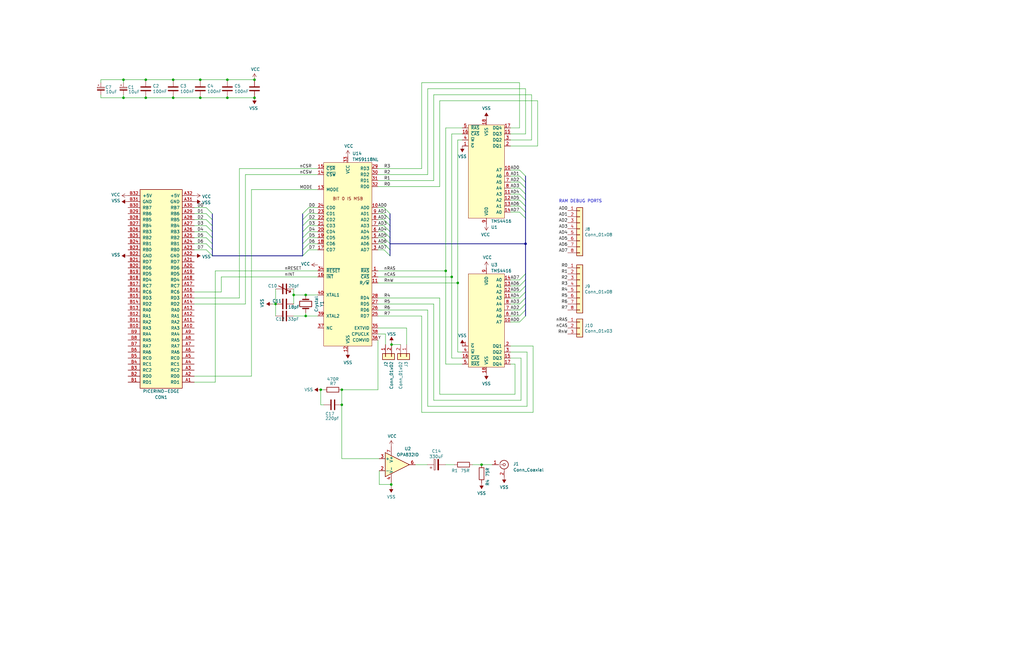
<source format=kicad_sch>
(kicad_sch (version 20230121) (generator eeschema)
  (paper "B")
  (title_block (title "TMS9118") (company "sparkletron") (comment 1 "Jay Converitno") (comment 2 "MIT License"))
  (lib_symbols
    (symbol "Amplifier_Operational:OPA842xD" (pin_names (offset 0.127))
      (property "Reference" "U" (at 0 6.35 0))
      (property "Value" "OPA842xD" (at 0 3.81 0))
      (symbol "OPA842xD_0_1"
        (polyline (pts (xy -5.08 5.08) (xy 5.08 0) (xy -5.08 -5.08) (xy -5.08 5.08)) (stroke (width 0.254)) (fill (type background)))
      )
      (symbol "OPA842xD_1_1"
        (pin no_connect line (at -2.54 2.54 270) (length 2.54) hide (name "NC") (number "1"))
        (pin input line (at -7.62 -2.54 0) (length 2.54) (name "-") (number "2"))
        (pin input line (at -7.62 2.54 0) (length 2.54) (name "+") (number "3"))
        (pin power_in line (at -2.54 -7.62 90) (length 3.81) (name "V-") (number "4"))
        (pin no_connect line (at 0 2.54 270) (length 2.54) hide (name "NC") (number "5"))
        (pin output line (at 7.62 0 180) (length 2.54) (name "~") (number "6"))
        (pin power_in line (at -2.54 7.62 270) (length 3.81) (name "V+") (number "7"))
        (pin no_connect line (at 0 -2.54 90) (length 2.54) hide (name "NC") (number "8"))
      )
    )
    (symbol "Connector:Conn_Coaxial" (pin_names (offset 1.016) hide)
      (property "Reference" "J" (at 0.254 3.048 0))
      (property "Value" "Conn_Coaxial" (at 2.921 0 90))
      (symbol "Conn_Coaxial_0_1"
        (arc (start -1.778 -0.508) (mid 0.2311 -1.8066) (end 1.778 0) (stroke (width 0.254)))
        (polyline (pts (xy -2.54 0) (xy -0.508 0)))
        (polyline (pts (xy 0 -2.54) (xy 0 -1.778)))
        (circle (center 0 0) (radius 0.508) (stroke (width 0.2032)))
        (arc (start 1.778 0) (mid 0.2099 1.8101) (end -1.778 0.508) (stroke (width 0.254)))
      )
      (symbol "Conn_Coaxial_1_1"
        (pin passive line (at -5.08 0 0) (length 2.54) (name "In") (number "1"))
        (pin passive line (at 0 -5.08 90) (length 2.54) (name "Ext") (number "2"))
      )
    )
    (symbol "Connector_Generic:Conn_01x02" (pin_names (offset 1.016) hide)
      (property "Reference" "J" (at 0 2.54 0))
      (property "Value" "Conn_01x02" (at 0 -5.08 0))
      (symbol "Conn_01x02_1_1"
        (rectangle (start -1.27 -2.413) (end 0 -2.667) (stroke (width 0.1524)))
        (rectangle (start -1.27 0.127) (end 0 -0.127) (stroke (width 0.1524)))
        (rectangle (start -1.27 1.27) (end 1.27 -3.81) (stroke (width 0.254)) (fill (type background)))
        (pin passive line (at -5.08 0 0) (length 3.81) (name "Pin_1") (number "1"))
        (pin passive line (at -5.08 -2.54 0) (length 3.81) (name "Pin_2") (number "2"))
      )
    )
    (symbol "Connector_Generic:Conn_01x03" (pin_names (offset 1.016) hide)
      (property "Reference" "J" (at 0 5.08 0))
      (property "Value" "Conn_01x03" (at 0 -5.08 0))
      (symbol "Conn_01x03_1_1"
        (rectangle (start -1.27 -2.413) (end 0 -2.667) (stroke (width 0.1524)))
        (rectangle (start -1.27 0.127) (end 0 -0.127) (stroke (width 0.1524)))
        (rectangle (start -1.27 2.667) (end 0 2.413) (stroke (width 0.1524)))
        (rectangle (start -1.27 3.81) (end 1.27 -3.81) (stroke (width 0.254)) (fill (type background)))
        (pin passive line (at -5.08 2.54 0) (length 3.81) (name "Pin_1") (number "1"))
        (pin passive line (at -5.08 0 0) (length 3.81) (name "Pin_2") (number "2"))
        (pin passive line (at -5.08 -2.54 0) (length 3.81) (name "Pin_3") (number "3"))
      )
    )
    (symbol "Connector_Generic:Conn_01x08" (pin_names (offset 1.016) hide)
      (property "Reference" "J" (at 0 10.16 0))
      (property "Value" "Conn_01x08" (at 0 -12.7 0))
      (symbol "Conn_01x08_1_1"
        (rectangle (start -1.27 -10.033) (end 0 -10.287) (stroke (width 0.1524)))
        (rectangle (start -1.27 -7.493) (end 0 -7.747) (stroke (width 0.1524)))
        (rectangle (start -1.27 -4.953) (end 0 -5.207) (stroke (width 0.1524)))
        (rectangle (start -1.27 -2.413) (end 0 -2.667) (stroke (width 0.1524)))
        (rectangle (start -1.27 0.127) (end 0 -0.127) (stroke (width 0.1524)))
        (rectangle (start -1.27 2.667) (end 0 2.413) (stroke (width 0.1524)))
        (rectangle (start -1.27 5.207) (end 0 4.953) (stroke (width 0.1524)))
        (rectangle (start -1.27 7.747) (end 0 7.493) (stroke (width 0.1524)))
        (rectangle (start -1.27 8.89) (end 1.27 -11.43) (stroke (width 0.254)) (fill (type background)))
        (pin passive line (at -5.08 7.62 0) (length 3.81) (name "Pin_1") (number "1"))
        (pin passive line (at -5.08 5.08 0) (length 3.81) (name "Pin_2") (number "2"))
        (pin passive line (at -5.08 2.54 0) (length 3.81) (name "Pin_3") (number "3"))
        (pin passive line (at -5.08 0 0) (length 3.81) (name "Pin_4") (number "4"))
        (pin passive line (at -5.08 -2.54 0) (length 3.81) (name "Pin_5") (number "5"))
        (pin passive line (at -5.08 -5.08 0) (length 3.81) (name "Pin_6") (number "6"))
        (pin passive line (at -5.08 -7.62 0) (length 3.81) (name "Pin_7") (number "7"))
        (pin passive line (at -5.08 -10.16 0) (length 3.81) (name "Pin_8") (number "8"))
      )
    )
    (symbol "Connector_PCBEdge_EXT:PICERINO-EDGE" (pin_names (offset 1.016))
      (property "Reference" "CON" (at 2.54 1.27 0))
      (property "Value" "PICERINO-EDGE" (at 6.985 3.175 0))
      (symbol "PICERINO-EDGE_0_1"
        (rectangle (start 0 0) (end 17.78 -83.82) (stroke (width 0.254)) (fill (type background)))
      )
      (symbol "PICERINO-EDGE_1_1"
        (pin passive line (at -5.08 -2.54 0) (length 5.08) (name "RD1") (number "A1"))
        (pin passive line (at -5.08 -25.4 0) (length 5.08) (name "RA3") (number "A10"))
        (pin passive line (at -5.08 -27.94 0) (length 5.08) (name "RA2") (number "A11"))
        (pin passive line (at -5.08 -30.48 0) (length 5.08) (name "RA1") (number "A12"))
        (pin passive line (at -5.08 -33.02 0) (length 5.08) (name "RA0") (number "A13"))
        (pin passive line (at -5.08 -35.56 0) (length 5.08) (name "RD2") (number "A14"))
        (pin passive line (at -5.08 -38.1 0) (length 5.08) (name "RD3") (number "A15"))
        (pin passive line (at -5.08 -40.64 0) (length 5.08) (name "RC6") (number "A16"))
        (pin passive line (at -5.08 -43.18 0) (length 5.08) (name "RC7") (number "A17"))
        (pin passive line (at -5.08 -45.72 0) (length 5.08) (name "RD4") (number "A18"))
        (pin passive line (at -5.08 -48.26 0) (length 5.08) (name "RD5") (number "A19"))
        (pin passive line (at -5.08 -5.08 0) (length 5.08) (name "RD0") (number "A2"))
        (pin passive line (at -5.08 -50.8 0) (length 5.08) (name "RD6") (number "A20"))
        (pin passive line (at -5.08 -53.34 0) (length 5.08) (name "RD7") (number "A21"))
        (pin passive line (at -5.08 -55.88 0) (length 5.08) (name "GND") (number "A22"))
        (pin passive line (at -5.08 -58.42 0) (length 5.08) (name "RB0") (number "A23"))
        (pin passive line (at -5.08 -60.96 0) (length 5.08) (name "RB1") (number "A24"))
        (pin passive line (at -5.08 -63.5 0) (length 5.08) (name "RB2") (number "A25"))
        (pin passive line (at -5.08 -66.04 0) (length 5.08) (name "RB3") (number "A26"))
        (pin passive line (at -5.08 -68.58 0) (length 5.08) (name "RB4") (number "A27"))
        (pin passive line (at -5.08 -71.12 0) (length 5.08) (name "RB5") (number "A28"))
        (pin passive line (at -5.08 -73.66 0) (length 5.08) (name "RB6") (number "A29"))
        (pin passive line (at -5.08 -7.62 0) (length 5.08) (name "RC2") (number "A3"))
        (pin passive line (at -5.08 -76.2 0) (length 5.08) (name "RB7") (number "A30"))
        (pin passive line (at -5.08 -78.74 0) (length 5.08) (name "GND") (number "A31"))
        (pin passive line (at -5.08 -81.28 0) (length 5.08) (name "+5V") (number "A32"))
        (pin passive line (at -5.08 -10.16 0) (length 5.08) (name "RC1") (number "A4"))
        (pin passive line (at -5.08 -12.7 0) (length 5.08) (name "RC0") (number "A5"))
        (pin passive line (at -5.08 -15.24 0) (length 5.08) (name "RA6") (number "A6"))
        (pin passive line (at -5.08 -17.78 0) (length 5.08) (name "RA7") (number "A7"))
        (pin passive line (at -5.08 -20.32 0) (length 5.08) (name "RA5") (number "A8"))
        (pin passive line (at -5.08 -22.86 0) (length 5.08) (name "RA4") (number "A9"))
        (pin passive line (at 22.86 -2.54 180) (length 5.08) (name "RD1") (number "B1"))
        (pin passive line (at 22.86 -25.4 180) (length 5.08) (name "RA3") (number "B10"))
        (pin passive line (at 22.86 -27.94 180) (length 5.08) (name "RA2") (number "B11"))
        (pin passive line (at 22.86 -30.48 180) (length 5.08) (name "RA1") (number "B12"))
        (pin passive line (at 22.86 -33.02 180) (length 5.08) (name "RA0") (number "B13"))
        (pin passive line (at 22.86 -35.56 180) (length 5.08) (name "RD2") (number "B14"))
        (pin passive line (at 22.86 -38.1 180) (length 5.08) (name "RD3") (number "B15"))
        (pin passive line (at 22.86 -40.64 180) (length 5.08) (name "RC6") (number "B16"))
        (pin passive line (at 22.86 -43.18 180) (length 5.08) (name "RC7") (number "B17"))
        (pin passive line (at 22.86 -45.72 180) (length 5.08) (name "RD4") (number "B18"))
        (pin passive line (at 22.86 -48.26 180) (length 5.08) (name "RD5") (number "B19"))
        (pin passive line (at 22.86 -5.08 180) (length 5.08) (name "RD0") (number "B2"))
        (pin passive line (at 22.86 -50.8 180) (length 5.08) (name "RD6") (number "B20"))
        (pin passive line (at 22.86 -53.34 180) (length 5.08) (name "RD7") (number "B21"))
        (pin passive line (at 22.86 -55.88 180) (length 5.08) (name "GND") (number "B22"))
        (pin passive line (at 22.86 -58.42 180) (length 5.08) (name "RB0") (number "B23"))
        (pin passive line (at 22.86 -60.96 180) (length 5.08) (name "RB1") (number "B24"))
        (pin passive line (at 22.86 -63.5 180) (length 5.08) (name "RB2") (number "B25"))
        (pin passive line (at 22.86 -66.04 180) (length 5.08) (name "RB3") (number "B26"))
        (pin passive line (at 22.86 -68.58 180) (length 5.08) (name "RB4") (number "B27"))
        (pin passive line (at 22.86 -71.12 180) (length 5.08) (name "RB5") (number "B28"))
        (pin passive line (at 22.86 -73.66 180) (length 5.08) (name "RB6") (number "B29"))
        (pin passive line (at 22.86 -7.62 180) (length 5.08) (name "RC2") (number "B3"))
        (pin passive line (at 22.86 -76.2 180) (length 5.08) (name "RB7") (number "B30"))
        (pin passive line (at 22.86 -78.74 180) (length 5.08) (name "GND") (number "B31"))
        (pin passive line (at 22.86 -81.28 180) (length 5.08) (name "+5V") (number "B32"))
        (pin passive line (at 22.86 -10.16 180) (length 5.08) (name "RC1") (number "B4"))
        (pin passive line (at 22.86 -12.7 180) (length 5.08) (name "RC0") (number "B5"))
        (pin passive line (at 22.86 -15.24 180) (length 5.08) (name "RA6") (number "B6"))
        (pin passive line (at 22.86 -17.78 180) (length 5.08) (name "RA7") (number "B7"))
        (pin passive line (at 22.86 -20.32 180) (length 5.08) (name "RA5") (number "B8"))
        (pin passive line (at 22.86 -22.86 180) (length 5.08) (name "RA4") (number "B9"))
      )
    )
    (symbol "Device:C" (pin_numbers hide) (pin_names (offset 0.254))
      (property "Reference" "C" (at 0.635 2.54 0))
      (property "Value" "C" (at 0.635 -2.54 0))
      (symbol "C_0_1"
        (polyline (pts (xy -2.032 -0.762) (xy 2.032 -0.762)) (stroke (width 0.508)))
        (polyline (pts (xy -2.032 0.762) (xy 2.032 0.762)) (stroke (width 0.508)))
      )
      (symbol "C_1_1"
        (pin passive line (at 0 3.81 270) (length 2.794) (name "~") (number "1"))
        (pin passive line (at 0 -3.81 90) (length 2.794) (name "~") (number "2"))
      )
    )
    (symbol "Device:CP_Small" (pin_numbers hide) (pin_names (offset 0.254) hide)
      (property "Reference" "C" (at 0.254 1.778 0))
      (property "Value" "Device_CP_Small" (at 0.254 -2.032 0))
      (symbol "CP_Small_0_1"
        (rectangle (start -1.524 -0.3048) (end 1.524 -0.6858) (fill (type outline)))
        (rectangle (start -1.524 0.6858) (end 1.524 0.3048))
        (polyline (pts (xy -1.27 1.524) (xy -0.762 1.524)))
        (polyline (pts (xy -1.016 1.27) (xy -1.016 1.778)))
      )
      (symbol "CP_Small_1_1"
        (pin passive line (at 0 2.54 270) (length 1.8542) (name "~") (number "1"))
        (pin passive line (at 0 -2.54 90) (length 1.8542) (name "~") (number "2"))
      )
    )
    (symbol "Device:C_Polarized" (pin_numbers hide) (pin_names (offset 0.254))
      (property "Reference" "C" (at 0.635 2.54 0))
      (property "Value" "C_Polarized" (at 0.635 -2.54 0))
      (symbol "C_Polarized_0_1"
        (rectangle (start -2.286 0.508) (end 2.286 1.016))
        (polyline (pts (xy -1.778 2.286) (xy -0.762 2.286)))
        (polyline (pts (xy -1.27 2.794) (xy -1.27 1.778)))
        (rectangle (start 2.286 -0.508) (end -2.286 -1.016) (fill (type outline)))
      )
      (symbol "C_Polarized_1_1"
        (pin passive line (at 0 3.81 270) (length 2.794) (name "~") (number "1"))
        (pin passive line (at 0 -3.81 90) (length 2.794) (name "~") (number "2"))
      )
    )
    (symbol "Device:C_Variable" (pin_numbers hide) (pin_names (offset 0.254) hide)
      (property "Reference" "C" (at 0.635 -1.905 0))
      (property "Value" "C_Variable" (at 0.635 -3.81 0))
      (symbol "C_Variable_0_1"
        (polyline (pts (xy -2.032 -0.762) (xy 2.032 -0.762)) (stroke (width 0.508)))
        (polyline (pts (xy -2.032 0.762) (xy 2.032 0.762)) (stroke (width 0.508)))
        (polyline (pts (xy 1.27 2.54) (xy -1.27 -2.54)) (stroke (width 0.3048)))
        (polyline (pts (xy 1.27 2.54) (xy 0.508 2.286)) (stroke (width 0.3048)))
        (polyline (pts (xy 1.27 2.54) (xy 1.524 1.778)) (stroke (width 0.3048)))
      )
      (symbol "C_Variable_1_1"
        (pin passive line (at 0 3.81 270) (length 3.048) (name "~") (number "1"))
        (pin passive line (at 0 -3.81 90) (length 3.048) (name "~") (number "2"))
      )
    )
    (symbol "Device:Crystal" (pin_numbers hide) (pin_names (offset 1.016) hide)
      (property "Reference" "Y" (at 0 3.81 0))
      (property "Value" "Crystal" (at 0 -3.81 0))
      (symbol "Crystal_0_1"
        (rectangle (start -1.143 2.54) (end 1.143 -2.54) (stroke (width 0.3048)))
        (polyline (pts (xy -2.54 0) (xy -1.905 0)))
        (polyline (pts (xy -1.905 -1.27) (xy -1.905 1.27)) (stroke (width 0.508)))
        (polyline (pts (xy 1.905 -1.27) (xy 1.905 1.27)) (stroke (width 0.508)))
        (polyline (pts (xy 2.54 0) (xy 1.905 0)))
      )
      (symbol "Crystal_1_1"
        (pin passive line (at -3.81 0 0) (length 1.27) (name "1") (number "1"))
        (pin passive line (at 3.81 0 180) (length 1.27) (name "2") (number "2"))
      )
    )
    (symbol "Device:R" (pin_numbers hide) (pin_names (offset 0))
      (property "Reference" "R" (at 2.032 0 90))
      (property "Value" "R" (at 0 0 90))
      (symbol "R_0_1"
        (rectangle (start -1.016 -2.54) (end 1.016 2.54) (stroke (width 0.254)))
      )
      (symbol "R_1_1"
        (pin passive line (at 0 3.81 270) (length 1.27) (name "~") (number "1"))
        (pin passive line (at 0 -3.81 90) (length 1.27) (name "~") (number "2"))
      )
    )
    (symbol "Vintage_RAM:TMS4416" (pin_names (offset 1.016))
      (property "Reference" "U" (at 1.27 7.62 0))
      (property "Value" "TMS4416" (at 5.08 5.08 0))
      (symbol "TMS4416_0_1"
        (rectangle (start -7.62 3.81) (end 7.62 -35.56) (fill (type background)))
      )
      (symbol "TMS4416_1_1"
        (pin input line (at -10.16 -26.67 0) (length 2.54) (name "~{G}") (number "1"))
        (pin input line (at 10.16 -16.51 180) (length 2.54) (name "A7") (number "10"))
        (pin input line (at 10.16 -6.35 180) (length 2.54) (name "A3") (number "11"))
        (pin input line (at 10.16 -3.81 180) (length 2.54) (name "A2") (number "12"))
        (pin input line (at 10.16 -1.27 180) (length 2.54) (name "A1") (number "13"))
        (pin input line (at 10.16 1.27 180) (length 2.54) (name "A0") (number "14"))
        (pin bidirectional line (at 10.16 -31.75 180) (length 2.54) (name "DQ3") (number "15"))
        (pin input line (at -10.16 -31.75 0) (length 2.54) (name "~{CAS}") (number "16"))
        (pin bidirectional line (at 10.16 -34.29 180) (length 2.54) (name "DQ4") (number "17"))
        (pin power_in line (at 0 -38.1 90) (length 2.54) (name "VSS") (number "18"))
        (pin bidirectional line (at 10.16 -26.67 180) (length 2.54) (name "DQ1") (number "2"))
        (pin bidirectional line (at 10.16 -29.21 180) (length 2.54) (name "DQ2") (number "3"))
        (pin input line (at -10.16 -29.21 0) (length 2.54) (name "~{W}") (number "4"))
        (pin input line (at -10.16 -34.29 0) (length 2.54) (name "~{RAS}") (number "5"))
        (pin input line (at 10.16 -13.97 180) (length 2.54) (name "A6") (number "6"))
        (pin input line (at 10.16 -11.43 180) (length 2.54) (name "A5") (number "7"))
        (pin input line (at 10.16 -8.89 180) (length 2.54) (name "A4") (number "8"))
        (pin power_in line (at 0 6.35 270) (length 2.54) (name "VDD") (number "9"))
      )
    )
    (symbol "Vintage_VDP:TMS9118NL" (pin_names (offset 1.016))
      (property "Reference" "U" (at 6.35 11.43 0))
      (property "Value" "TMS9118NL" (at 10.16 8.89 0))
      (symbol "TMS9118NL_0_0"
        (text "BIT 0 IS MSB" (at 0 -7.62 0) (effects (font (size 1.27 1.27))))
      )
      (symbol "TMS9118NL_0_1"
        (rectangle (start -10.16 7.62) (end 10.16 -69.85) (fill (type background)))
      )
      (symbol "TMS9118NL_1_1"
        (pin output line (at 12.7 -38.1 180) (length 2.54) (name "~{RAS}") (number "1"))
        (pin output line (at 12.7 -11.43 180) (length 2.54) (name "AD0") (number "10"))
        (pin output line (at 12.7 -43.18 180) (length 2.54) (name "R/~{W}") (number "11"))
        (pin power_in line (at 0 -72.39 90) (length 2.54) (name "VSS") (number "12"))
        (pin input line (at -12.7 -3.81 0) (length 2.54) (name "MODE") (number "13"))
        (pin input line (at -12.7 2.54 0) (length 2.54) (name "~{CSW}") (number "14"))
        (pin input line (at -12.7 5.08 0) (length 2.54) (name "~{CSR}") (number "15"))
        (pin output line (at -12.7 -40.64 0) (length 2.54) (name "~{INT}") (number "16"))
        (pin bidirectional line (at -12.7 -29.21 0) (length 2.54) (name "CD7") (number "17"))
        (pin bidirectional line (at -12.7 -26.67 0) (length 2.54) (name "CD6") (number "18"))
        (pin bidirectional line (at -12.7 -24.13 0) (length 2.54) (name "CD5") (number "19"))
        (pin output line (at 12.7 -40.64 180) (length 2.54) (name "~{CAS}") (number "2"))
        (pin bidirectional line (at -12.7 -21.59 0) (length 2.54) (name "CD4") (number "20"))
        (pin bidirectional line (at -12.7 -19.05 0) (length 2.54) (name "CD3") (number "21"))
        (pin bidirectional line (at -12.7 -16.51 0) (length 2.54) (name "CD2") (number "22"))
        (pin bidirectional line (at -12.7 -13.97 0) (length 2.54) (name "CD1") (number "23"))
        (pin bidirectional line (at -12.7 -11.43 0) (length 2.54) (name "CD0") (number "24"))
        (pin output line (at 12.7 -57.15 180) (length 2.54) (name "RD7") (number "25"))
        (pin output line (at 12.7 -54.61 180) (length 2.54) (name "RD6") (number "26"))
        (pin output line (at 12.7 -52.07 180) (length 2.54) (name "RD5") (number "27"))
        (pin output line (at 12.7 -49.53 180) (length 2.54) (name "RD4") (number "28"))
        (pin bidirectional line (at 12.7 5.08 180) (length 2.54) (name "RD3") (number "29"))
        (pin output line (at 12.7 -29.21 180) (length 2.54) (name "AD7") (number "3"))
        (pin bidirectional line (at 12.7 2.54 180) (length 2.54) (name "RD2") (number "30"))
        (pin bidirectional line (at 12.7 0 180) (length 2.54) (name "RD1") (number "31"))
        (pin bidirectional line (at 12.7 -2.54 180) (length 2.54) (name "RD0") (number "32"))
        (pin power_in line (at 0 10.16 270) (length 2.54) (name "VCC") (number "33"))
        (pin input line (at -12.7 -38.1 0) (length 2.54) (name "~{RESET}") (number "34"))
        (pin output line (at 12.7 -62.23 180) (length 2.54) (name "EXTVID") (number "35"))
        (pin output line (at 12.7 -67.31 180) (length 2.54) (name "COMVID") (number "36"))
        (pin output line (at -12.7 -62.23 0) (length 2.54) (name "NC") (number "37"))
        (pin output line (at 12.7 -64.77 180) (length 2.54) (name "CPUCLK") (number "38"))
        (pin bidirectional line (at -12.7 -57.15 0) (length 2.54) (name "XTAL2") (number "39"))
        (pin output line (at 12.7 -26.67 180) (length 2.54) (name "AD6") (number "4"))
        (pin input line (at -12.7 -48.26 0) (length 2.54) (name "XTAL1") (number "40"))
        (pin output line (at 12.7 -24.13 180) (length 2.54) (name "AD5") (number "5"))
        (pin output line (at 12.7 -21.59 180) (length 2.54) (name "AD4") (number "6"))
        (pin output line (at 12.7 -19.05 180) (length 2.54) (name "AD3") (number "7"))
        (pin output line (at 12.7 -16.51 180) (length 2.54) (name "AD2") (number "8"))
        (pin output line (at 12.7 -13.97 180) (length 2.54) (name "AD1") (number "9"))
      )
    )
    (symbol "power:VCC" (power) (pin_names (offset 0))
      (property "Value" "VCC" (at 0 3.81 0))
      (symbol "VCC_0_1"
        (polyline (pts (xy -0.762 1.27) (xy 0 2.54)))
        (polyline (pts (xy 0 0) (xy 0 2.54)))
        (polyline (pts (xy 0 2.54) (xy 0.762 1.27)))
      )
      (symbol "VCC_1_1"
        (pin power_in line (at 0 0 90) (length 0) hide (name "VCC") (number "1"))
      )
    )
    (symbol "power:VSS" (power) (pin_names (offset 0))
      (property "Value" "VSS" (at 0 3.81 0))
      (symbol "VSS_0_1"
        (polyline (pts (xy 0 0) (xy 0 2.54)))
        (polyline (pts (xy 0.762 1.27) (xy -0.762 1.27) (xy 0 2.54) (xy 0.762 1.27)) (fill (type outline)))
      )
      (symbol "VSS_1_1"
        (pin power_in line (at 0 0 90) (length 0) hide (name "VSS") (number "1"))
      )
    )
  )
  (junction (at 123.825 124.46))
  (junction (at 193.04 119.38))
  (junction (at 84.455 41.275))
  (junction (at 128.905 124.46))
  (junction (at 116.205 128.27))
  (junction (at 107.315 33.655))
  (junction (at 95.885 33.655))
  (junction (at 61.468 33.655))
  (junction (at 73.025 41.275))
  (junction (at 52.07 41.275))
  (junction (at 61.468 41.275))
  (junction (at 221.615 102.87))
  (junction (at 73.025 33.655))
  (junction (at 165.1 145.415))
  (junction (at 107.315 41.275))
  (junction (at 187.96 114.3))
  (junction (at 144.145 170.815))
  (junction (at 164.973 204.47))
  (junction (at 84.455 33.655))
  (junction (at 190.5 116.84))
  (junction (at 95.885 41.275))
  (junction (at 52.07 33.655))
  (junction (at 128.905 133.35))
  (junction (at 144.145 164.465))
  (junction (at 135.255 164.465))
  (junction (at 203.073 196.088))
  (bus_entry (at 219.075 74.295) (size 2.54 2.54))
  (bus_entry (at 89.535 95.25) (size -2.54 -2.54))
  (bus_entry (at 219.075 128.27) (size 2.54 -2.54))
  (bus_entry (at 127.635 90.17) (size 2.54 -2.54))
  (bus_entry (at 127.635 92.71) (size 2.54 -2.54))
  (bus_entry (at 161.925 100.33) (size 2.54 2.54))
  (bus_entry (at 219.075 123.19) (size 2.54 -2.54))
  (bus_entry (at 89.535 100.33) (size -2.54 -2.54))
  (bus_entry (at 219.075 130.81) (size 2.54 -2.54))
  (bus_entry (at 219.075 76.835) (size 2.54 2.54))
  (bus_entry (at 219.075 125.73) (size 2.54 -2.54))
  (bus_entry (at 219.075 71.755) (size 2.54 2.54))
  (bus_entry (at 127.635 102.87) (size 2.54 -2.54))
  (bus_entry (at 219.075 81.915) (size 2.54 2.54))
  (bus_entry (at 219.075 84.455) (size 2.54 2.54))
  (bus_entry (at 219.075 133.35) (size 2.54 -2.54))
  (bus_entry (at 219.075 86.995) (size 2.54 2.54))
  (bus_entry (at 89.535 105.41) (size -2.54 -2.54))
  (bus_entry (at 127.635 97.79) (size 2.54 -2.54))
  (bus_entry (at 219.075 79.375) (size 2.54 2.54))
  (bus_entry (at 161.925 105.41) (size 2.54 2.54))
  (bus_entry (at 89.535 107.95) (size -2.54 -2.54))
  (bus_entry (at 127.635 95.25) (size 2.54 -2.54))
  (bus_entry (at 161.925 97.79) (size 2.54 2.54))
  (bus_entry (at 161.925 102.87) (size 2.54 2.54))
  (bus_entry (at 89.535 90.17) (size -2.54 -2.54))
  (bus_entry (at 219.075 118.11) (size 2.54 -2.54))
  (bus_entry (at 89.535 92.71) (size -2.54 -2.54))
  (bus_entry (at 161.925 92.71) (size 2.54 2.54))
  (bus_entry (at 219.075 120.65) (size 2.54 -2.54))
  (bus_entry (at 219.075 135.89) (size 2.54 -2.54))
  (bus_entry (at 127.635 100.33) (size 2.54 -2.54))
  (bus_entry (at 161.925 90.17) (size 2.54 2.54))
  (bus_entry (at 127.635 107.95) (size 2.54 -2.54))
  (bus_entry (at 161.925 87.63) (size 2.54 2.54))
  (bus_entry (at 89.535 102.87) (size -2.54 -2.54))
  (bus_entry (at 127.635 105.41) (size 2.54 -2.54))
  (bus_entry (at 161.925 95.25) (size 2.54 2.54))
  (bus_entry (at 219.075 89.535) (size 2.54 2.54))
  (bus_entry (at 89.535 97.79) (size -2.54 -2.54))
  (wire (pts (xy 159.385 138.43) (xy 171.45 138.43)))
  (wire (pts (xy 100.965 125.73) (xy 81.915 125.73)))
  (wire (pts (xy 193.04 119.38) (xy 193.04 59.055)))
  (wire (pts (xy 93.345 116.84) (xy 93.345 123.19)))
  (wire (pts (xy 215.265 86.995) (xy 219.075 86.995)))
  (wire (pts (xy 144.145 193.548) (xy 144.145 170.815)))
  (wire (pts (xy 171.45 138.43) (xy 171.45 145.415)))
  (wire (pts (xy 136.525 170.815) (xy 135.255 170.815)))
  (wire (pts (xy 116.205 121.92) (xy 116.205 128.27)))
  (wire (pts (xy 161.925 92.71) (xy 159.385 92.71)))
  (bus (pts (xy 221.615 79.375) (xy 221.615 81.915)))
  (wire (pts (xy 123.825 124.46) (xy 123.825 121.92)))
  (bus (pts (xy 221.615 102.87) (xy 221.615 115.57)))
  (wire (pts (xy 165.1 145.415) (xy 168.91 145.415)))
  (wire (pts (xy 42.545 33.655) (xy 42.545 34.925)))
  (wire (pts (xy 86.995 90.17) (xy 81.915 90.17)))
  (bus (pts (xy 127.635 95.25) (xy 127.635 97.79)))
  (bus (pts (xy 221.615 89.535) (xy 221.615 92.075)))
  (wire (pts (xy 73.025 33.655) (xy 84.455 33.655)))
  (wire (pts (xy 207.518 196.088) (xy 203.073 196.088)))
  (wire (pts (xy 215.265 135.89) (xy 219.075 135.89)))
  (wire (pts (xy 159.385 78.74) (xy 185.42 78.74)))
  (wire (pts (xy 90.805 114.3) (xy 133.985 114.3)))
  (wire (pts (xy 144.145 193.548) (xy 159.893 193.548)))
  (wire (pts (xy 95.885 41.275) (xy 84.455 41.275)))
  (wire (pts (xy 159.385 130.81) (xy 180.34 130.81)))
  (wire (pts (xy 193.04 59.055) (xy 194.945 59.055)))
  (wire (pts (xy 217.17 153.67) (xy 215.265 153.67)))
  (wire (pts (xy 52.07 33.655) (xy 61.468 33.655)))
  (wire (pts (xy 103.505 73.66) (xy 133.985 73.66)))
  (bus (pts (xy 89.535 105.41) (xy 89.535 107.95)))
  (wire (pts (xy 103.505 73.66) (xy 103.505 128.27)))
  (bus (pts (xy 221.615 76.835) (xy 221.615 79.375)))
  (bus (pts (xy 127.635 92.71) (xy 127.635 95.25)))
  (wire (pts (xy 159.385 114.3) (xy 187.96 114.3)))
  (wire (pts (xy 165.1 144.78) (xy 165.1 145.415)))
  (wire (pts (xy 187.96 114.3) (xy 187.96 53.975)))
  (wire (pts (xy 215.265 123.19) (xy 219.075 123.19)))
  (wire (pts (xy 215.265 89.535) (xy 219.075 89.535)))
  (wire (pts (xy 180.34 130.81) (xy 180.34 171.45)))
  (wire (pts (xy 175.133 196.088) (xy 180.213 196.088)))
  (bus (pts (xy 89.535 95.25) (xy 89.535 97.79)))
  (wire (pts (xy 217.17 166.37) (xy 217.17 153.67)))
  (bus (pts (xy 221.615 81.915) (xy 221.615 84.455)))
  (wire (pts (xy 123.825 124.46) (xy 128.905 124.46)))
  (wire (pts (xy 159.385 116.84) (xy 190.5 116.84)))
  (wire (pts (xy 180.34 171.45) (xy 222.25 171.45)))
  (wire (pts (xy 133.985 80.01) (xy 106.045 80.01)))
  (wire (pts (xy 144.145 164.465) (xy 159.385 164.465)))
  (wire (pts (xy 52.07 33.655) (xy 42.545 33.655)))
  (wire (pts (xy 215.265 76.835) (xy 219.075 76.835)))
  (bus (pts (xy 89.535 92.71) (xy 89.535 95.25)))
  (wire (pts (xy 224.79 173.99) (xy 224.79 146.05)))
  (bus (pts (xy 221.615 115.57) (xy 221.615 118.11)))
  (wire (pts (xy 185.42 166.37) (xy 217.17 166.37)))
  (wire (pts (xy 86.995 100.33) (xy 81.915 100.33)))
  (wire (pts (xy 52.07 41.275) (xy 61.468 41.275)))
  (wire (pts (xy 52.07 41.275) (xy 52.07 40.005)))
  (wire (pts (xy 177.8 71.12) (xy 177.8 34.925)))
  (wire (pts (xy 182.88 168.91) (xy 219.71 168.91)))
  (wire (pts (xy 219.71 151.13) (xy 215.265 151.13)))
  (wire (pts (xy 159.385 90.17) (xy 161.925 90.17)))
  (wire (pts (xy 161.925 87.63) (xy 159.385 87.63)))
  (wire (pts (xy 130.175 105.41) (xy 133.985 105.41)))
  (bus (pts (xy 164.465 102.87) (xy 221.615 102.87)))
  (wire (pts (xy 161.925 102.87) (xy 159.385 102.87)))
  (wire (pts (xy 159.385 133.35) (xy 177.8 133.35)))
  (wire (pts (xy 130.175 92.71) (xy 133.985 92.71)))
  (wire (pts (xy 81.915 92.71) (xy 86.995 92.71)))
  (wire (pts (xy 159.385 100.33) (xy 161.925 100.33)))
  (wire (pts (xy 177.8 173.99) (xy 224.79 173.99)))
  (wire (pts (xy 162.56 140.97) (xy 159.385 140.97)))
  (bus (pts (xy 89.535 97.79) (xy 89.535 100.33)))
  (wire (pts (xy 130.175 100.33) (xy 133.985 100.33)))
  (wire (pts (xy 180.34 37.465) (xy 221.615 37.465)))
  (wire (pts (xy 222.25 148.59) (xy 215.265 148.59)))
  (wire (pts (xy 106.045 80.01) (xy 106.045 158.75)))
  (wire (pts (xy 215.265 84.455) (xy 219.075 84.455)))
  (wire (pts (xy 177.8 133.35) (xy 177.8 173.99)))
  (bus (pts (xy 89.535 100.33) (xy 89.535 102.87)))
  (bus (pts (xy 221.615 86.995) (xy 221.615 89.535)))
  (wire (pts (xy 190.5 56.515) (xy 190.5 116.84)))
  (wire (pts (xy 61.468 33.655) (xy 73.025 33.655)))
  (wire (pts (xy 221.615 56.515) (xy 215.265 56.515)))
  (bus (pts (xy 127.635 102.87) (xy 127.635 105.41)))
  (wire (pts (xy 182.88 76.2) (xy 182.88 40.005)))
  (wire (pts (xy 215.265 81.915) (xy 219.075 81.915)))
  (wire (pts (xy 182.88 40.005) (xy 224.155 40.005)))
  (wire (pts (xy 190.5 56.515) (xy 194.945 56.515)))
  (wire (pts (xy 159.385 128.27) (xy 182.88 128.27)))
  (wire (pts (xy 215.265 74.295) (xy 219.075 74.295)))
  (wire (pts (xy 133.985 102.87) (xy 130.175 102.87)))
  (wire (pts (xy 164.973 205.232) (xy 164.973 204.47)))
  (wire (pts (xy 224.155 40.005) (xy 224.155 59.055)))
  (bus (pts (xy 164.465 105.41) (xy 164.465 107.95)))
  (wire (pts (xy 93.345 116.84) (xy 133.985 116.84)))
  (wire (pts (xy 226.695 42.545) (xy 226.695 61.595)))
  (wire (pts (xy 86.995 105.41) (xy 81.915 105.41)))
  (wire (pts (xy 159.385 76.2) (xy 182.88 76.2)))
  (bus (pts (xy 221.615 84.455) (xy 221.615 86.995)))
  (wire (pts (xy 144.145 164.465) (xy 144.145 170.815)))
  (wire (pts (xy 193.04 119.38) (xy 193.04 148.59)))
  (wire (pts (xy 81.915 102.87) (xy 86.995 102.87)))
  (wire (pts (xy 185.42 78.74) (xy 185.42 42.545)))
  (bus (pts (xy 221.615 92.075) (xy 221.615 102.87)))
  (wire (pts (xy 219.075 53.975) (xy 215.265 53.975)))
  (wire (pts (xy 81.915 97.79) (xy 86.995 97.79)))
  (bus (pts (xy 127.635 97.79) (xy 127.635 100.33)))
  (bus (pts (xy 127.635 105.41) (xy 127.635 107.95)))
  (wire (pts (xy 185.42 125.73) (xy 185.42 166.37)))
  (wire (pts (xy 159.385 73.66) (xy 180.34 73.66)))
  (wire (pts (xy 135.255 164.465) (xy 136.525 164.465)))
  (wire (pts (xy 107.315 41.275) (xy 95.885 41.275)))
  (bus (pts (xy 221.615 128.27) (xy 221.615 130.81)))
  (wire (pts (xy 128.905 133.35) (xy 133.985 133.35)))
  (wire (pts (xy 159.385 164.465) (xy 159.385 143.51)))
  (wire (pts (xy 86.995 95.25) (xy 81.915 95.25)))
  (wire (pts (xy 130.175 87.63) (xy 133.985 87.63)))
  (wire (pts (xy 159.385 119.38) (xy 193.04 119.38)))
  (wire (pts (xy 90.805 161.29) (xy 81.915 161.29)))
  (wire (pts (xy 219.075 34.925) (xy 219.075 53.975)))
  (wire (pts (xy 215.265 133.35) (xy 219.075 133.35)))
  (wire (pts (xy 190.5 151.13) (xy 194.945 151.13)))
  (wire (pts (xy 226.695 61.595) (xy 215.265 61.595)))
  (bus (pts (xy 164.465 102.87) (xy 164.465 105.41)))
  (bus (pts (xy 164.465 97.79) (xy 164.465 100.33)))
  (wire (pts (xy 221.615 37.465) (xy 221.615 56.515)))
  (wire (pts (xy 93.345 123.19) (xy 81.915 123.19)))
  (wire (pts (xy 133.985 71.12) (xy 100.965 71.12)))
  (bus (pts (xy 89.535 90.17) (xy 89.535 92.71)))
  (wire (pts (xy 215.265 71.755) (xy 219.075 71.755)))
  (bus (pts (xy 221.615 120.65) (xy 221.615 123.19)))
  (wire (pts (xy 103.505 128.27) (xy 81.915 128.27)))
  (wire (pts (xy 95.885 33.655) (xy 107.315 33.655)))
  (wire (pts (xy 86.995 87.63) (xy 81.915 87.63)))
  (bus (pts (xy 221.615 118.11) (xy 221.615 120.65)))
  (wire (pts (xy 193.04 148.59) (xy 194.945 148.59)))
  (wire (pts (xy 222.25 171.45) (xy 222.25 148.59)))
  (wire (pts (xy 128.905 132.08) (xy 128.905 133.35)))
  (wire (pts (xy 215.265 79.375) (xy 219.075 79.375)))
  (wire (pts (xy 215.265 118.11) (xy 219.075 118.11)))
  (wire (pts (xy 130.175 97.79) (xy 133.985 97.79)))
  (wire (pts (xy 133.985 95.25) (xy 130.175 95.25)))
  (wire (pts (xy 187.96 153.67) (xy 194.945 153.67)))
  (bus (pts (xy 164.465 92.71) (xy 164.465 95.25)))
  (wire (pts (xy 123.825 133.35) (xy 128.905 133.35)))
  (bus (pts (xy 127.635 90.17) (xy 127.635 92.71)))
  (wire (pts (xy 187.833 196.088) (xy 191.643 196.088)))
  (wire (pts (xy 185.42 125.73) (xy 159.385 125.73)))
  (wire (pts (xy 187.96 114.3) (xy 187.96 153.67)))
  (wire (pts (xy 73.025 41.275) (xy 84.455 41.275)))
  (bus (pts (xy 164.465 90.17) (xy 164.465 92.71)))
  (wire (pts (xy 159.893 204.47) (xy 164.973 204.47)))
  (wire (pts (xy 42.545 41.275) (xy 52.07 41.275)))
  (wire (pts (xy 203.073 196.088) (xy 199.263 196.088)))
  (bus (pts (xy 221.615 125.73) (xy 221.615 128.27)))
  (wire (pts (xy 159.385 95.25) (xy 161.925 95.25)))
  (wire (pts (xy 130.175 90.17) (xy 133.985 90.17)))
  (wire (pts (xy 61.468 41.275) (xy 73.025 41.275)))
  (wire (pts (xy 164.973 204.47) (xy 164.973 203.708)))
  (wire (pts (xy 106.045 158.75) (xy 81.915 158.75)))
  (wire (pts (xy 215.265 130.81) (xy 219.075 130.81)))
  (bus (pts (xy 127.635 100.33) (xy 127.635 102.87)))
  (bus (pts (xy 221.615 74.295) (xy 221.615 76.835)))
  (bus (pts (xy 89.535 107.95) (xy 127.635 107.95)))
  (wire (pts (xy 159.893 198.628) (xy 159.893 204.47)))
  (wire (pts (xy 215.265 128.27) (xy 219.075 128.27)))
  (wire (pts (xy 224.79 146.05) (xy 215.265 146.05)))
  (wire (pts (xy 52.07 33.655) (xy 52.07 34.925)))
  (wire (pts (xy 162.56 145.415) (xy 162.56 140.97)))
  (wire (pts (xy 177.8 34.925) (xy 219.075 34.925)))
  (wire (pts (xy 185.42 42.545) (xy 226.695 42.545)))
  (bus (pts (xy 164.465 100.33) (xy 164.465 102.87)))
  (wire (pts (xy 123.825 128.27) (xy 123.825 124.46)))
  (bus (pts (xy 164.465 95.25) (xy 164.465 97.79)))
  (wire (pts (xy 135.255 170.815) (xy 135.255 164.465)))
  (wire (pts (xy 224.155 59.055) (xy 215.265 59.055)))
  (wire (pts (xy 182.88 128.27) (xy 182.88 168.91)))
  (wire (pts (xy 42.545 40.005) (xy 42.545 41.275)))
  (wire (pts (xy 90.805 114.3) (xy 90.805 161.29)))
  (wire (pts (xy 190.5 116.84) (xy 190.5 151.13)))
  (wire (pts (xy 100.965 71.12) (xy 100.965 125.73)))
  (wire (pts (xy 114.935 128.27) (xy 116.205 128.27)))
  (wire (pts (xy 180.34 73.66) (xy 180.34 37.465)))
  (wire (pts (xy 116.205 128.27) (xy 116.205 133.35)))
  (wire (pts (xy 215.265 120.65) (xy 219.075 120.65)))
  (wire (pts (xy 161.925 97.79) (xy 159.385 97.79)))
  (wire (pts (xy 219.71 168.91) (xy 219.71 151.13)))
  (bus (pts (xy 221.615 130.81) (xy 221.615 133.35)))
  (wire (pts (xy 159.385 105.41) (xy 161.925 105.41)))
  (wire (pts (xy 159.385 71.12) (xy 177.8 71.12)))
  (wire (pts (xy 84.455 33.655) (xy 95.885 33.655)))
  (wire (pts (xy 128.905 124.46) (xy 133.985 124.46)))
  (wire (pts (xy 215.265 125.73) (xy 219.075 125.73)))
  (wire (pts (xy 187.96 53.975) (xy 194.945 53.975)))
  (bus (pts (xy 221.615 123.19) (xy 221.615 125.73)))
  (bus (pts (xy 89.535 102.87) (xy 89.535 105.41)))
  (text "RAM DEBUG PORTS" (at 235.585 85.725 0) (effects (font (size 1.27 1.27)) (justify left bottom)))
  (label "AD1" (at 239.395 91.44 180))
  (label "MODE" (at 126.365 80.01 0))
  (label "AD6" (at 215.265 120.65 0))
  (label "RnW" (at 239.395 140.97 180))
  (label "AD0" (at 239.395 88.9 180))
  (label "AD4" (at 215.265 125.73 0))
  (label "AD3" (at 239.395 96.52 180))
  (label "AD0" (at 215.265 71.755 0))
  (label "AD6" (at 159.385 102.87 0))
  (label "AD7" (at 239.395 106.68 180))
  (label "nRESET" (at 120.015 114.3 0))
  (label "R3" (at 161.925 71.12 0))
  (label "nCSR" (at 126.365 71.12 0))
  (label "R1" (at 161.925 76.2 0))
  (label "AD6" (at 215.265 86.995 0))
  (label "RnW" (at 161.925 119.38 0))
  (label "D7" (at 130.175 105.41 0))
  (label "AD1" (at 215.265 133.35 0))
  (label "AD2" (at 215.265 76.835 0))
  (label "AD5" (at 159.385 100.33 0))
  (label "D1" (at 83.185 90.17 0))
  (label "R6" (at 239.395 128.27 180))
  (label "AD5" (at 215.265 123.19 0))
  (label "D3" (at 130.175 95.25 0))
  (label "AD1" (at 159.385 90.17 0))
  (label "AD0" (at 215.265 135.89 0))
  (label "AD2" (at 159.385 92.71 0))
  (label "R0" (at 239.395 113.03 180))
  (label "D4" (at 130.175 97.79 0))
  (label "D1" (at 130.175 90.17 0))
  (label "D6" (at 83.185 102.87 0))
  (label "AD4" (at 239.395 99.06 180))
  (label "AD4" (at 215.265 81.915 0))
  (label "R4" (at 161.925 125.73 0))
  (label "AD2" (at 239.395 93.98 180))
  (label "R3" (at 239.395 120.65 180))
  (label "R0" (at 161.925 78.74 0))
  (label "AD2" (at 215.265 130.81 0))
  (label "D7" (at 83.185 105.41 0))
  (label "Y" (at 159.385 143.51 0))
  (label "AD4" (at 159.385 97.79 0))
  (label "R4" (at 239.395 123.19 180))
  (label "AD3" (at 215.265 128.27 0))
  (label "D2" (at 83.185 92.71 0))
  (label "D0" (at 130.175 87.63 0))
  (label "nCSW" (at 126.365 73.66 0))
  (label "R6" (at 161.925 130.81 0))
  (label "AD5" (at 239.395 101.6 180))
  (label "D2" (at 130.175 92.71 0))
  (label "nRAS" (at 239.395 135.89 180))
  (label "AD7" (at 159.385 105.41 0))
  (label "R5" (at 161.925 128.27 0))
  (label "nINT" (at 120.015 116.84 0))
  (label "R7" (at 161.925 133.35 0))
  (label "R2" (at 161.925 73.66 0))
  (label "AD3" (at 159.385 95.25 0))
  (label "D5" (at 130.175 100.33 0))
  (label "D0" (at 83.185 87.63 0))
  (label "AD5" (at 215.265 84.455 0))
  (label "D3" (at 83.185 95.25 0))
  (label "R2" (at 239.395 118.11 180))
  (label "AD1" (at 215.265 74.295 0))
  (label "nCAS" (at 161.925 116.84 0))
  (label "D4" (at 83.185 97.79 0))
  (label "nRAS" (at 161.925 114.3 0))
  (label "D6" (at 130.175 102.87 0))
  (label "AD6" (at 239.395 104.14 180))
  (label "R5" (at 239.395 125.73 180))
  (label "R7" (at 239.395 130.81 180))
  (label "nCAS" (at 239.395 138.43 180))
  (label "R1" (at 239.395 115.57 180))
  (label "AD7" (at 215.265 118.11 0))
  (label "AD0" (at 159.385 87.63 0))
  (label "AD7" (at 215.265 89.535 0))
  (label "AD3" (at 215.265 79.375 0))
  (label "D5" (at 83.185 100.33 0))
  (symbol (lib_id "Device:Crystal") (at 128.905 128.27 270) (unit 1)
    (property "Reference" "Y1" (at 135.7122 128.27 0))
    (property "Value" "Crystal" (at 133.4008 128.27 0))
    (property "Footprint" "Crystal:Crystal_HC49-4H_Vertical" (effects hide))
  )
  (symbol (lib_id "Device:C") (at 120.015 128.27 90) (unit 1)
    (property "Reference" "C11" (at 118.745 127 90) (effects (justify left)))
    (property "Value" "18pF" (at 126.365 129.54 90) (effects (justify left)))
    (property "Footprint" "Capacitor_THT:C_Disc_D3.0mm_W1.6mm_P2.50mm" (effects hide))
  )
  (symbol (lib_id "Device:C") (at 107.315 37.465 0) (unit 1)
    (property "Reference" "C6" (effects hide))
    (property "Value" "100nF" (effects hide))
    (property "Footprint" "Capacitor_THT:C_Disc_D4.7mm_W2.5mm_P5.00mm" (effects hide))
  )
  (symbol (lib_id "Device:C") (at 84.455 37.465 0) (unit 1)
    (property "Reference" "C4" (at 87.376 36.2966 0) (effects (justify left)))
    (property "Value" "100nF" (at 87.376 38.608 0) (effects (justify left)))
    (property "Footprint" "Capacitor_THT:C_Disc_D4.7mm_W2.5mm_P5.00mm" (effects hide))
  )
  (symbol (lib_id "Device:C") (at 95.885 37.465 0) (unit 1)
    (property "Reference" "C5" (at 98.806 36.2966 0) (effects (justify left)))
    (property "Value" "100nF" (at 98.806 38.608 0) (effects (justify left)))
    (property "Footprint" "Capacitor_THT:C_Disc_D4.7mm_W2.5mm_P5.00mm" (effects hide))
  )
  (symbol (lib_id "power:VSS") (at 81.915 107.95 270) (unit 1)
    (property "Reference" "#PWR06" (effects hide))
    (property "Value" "VSS" (at 85.1662 108.331 90) (effects (justify left)))
  )
  (symbol (lib_id "Device:R") (at 140.335 164.465 270) (mirror x) (unit 1)
    (property "Reference" "R7" (at 139.065 161.925 90) (effects (justify left)))
    (property "Value" "470R" (at 137.795 160.02 90) (effects (justify left)))
    (property "Footprint" "Resistor_THT:R_Axial_DIN0207_L6.3mm_D2.5mm_P7.62mm_Horizontal" (effects hide))
  )
  (symbol (lib_id "power:VSS") (at 135.255 164.465 90) (mirror x) (unit 1)
    (property "Reference" "#PWR017" (effects hide))
    (property "Value" "VSS" (at 130.175 164.465 90))
  )
  (symbol (lib_id "Device:C") (at 140.335 170.815 270) (mirror x) (unit 1)
    (property "Reference" "C17" (at 137.16 174.625 90) (effects (justify left)))
    (property "Value" "220pf" (at 137.16 176.53 90) (effects (justify left)))
    (property "Footprint" "Capacitor_THT:C_Disc_D4.7mm_W2.5mm_P5.00mm" (effects hide))
  )
  (symbol (lib_id "Device:C_Variable") (at 120.015 121.92 270) (unit 1)
    (property "Reference" "C10" (at 114.935 120.65 90))
    (property "Value" "20pf" (at 123.825 120.65 90))
    (property "Footprint" "Capacitor_THT:C_Rect_L10.0mm_W5.0mm_P5.00mm_P7.50mm" (effects hide))
  )
  (symbol (lib_id "Connector_Generic:Conn_01x08") (at 244.475 96.52 0) (unit 1)
    (property "Reference" "J8" (at 246.507 96.7232 0) (effects (justify left)))
    (property "Value" "Conn_01x08" (at 246.507 99.0346 0) (effects (justify left)))
    (property "Footprint" "Package_SIP:SIP-8_19x3mm_P2.54mm" (effects hide))
  )
  (symbol (lib_id "Connector_Generic:Conn_01x08") (at 244.475 120.65 0) (unit 1)
    (property "Reference" "J9" (at 246.507 120.8532 0) (effects (justify left)))
    (property "Value" "Conn_01x08" (at 246.507 123.1646 0) (effects (justify left)))
    (property "Footprint" "Package_SIP:SIP-8_19x3mm_P2.54mm" (effects hide))
  )
  (symbol (lib_id "Connector_Generic:Conn_01x03") (at 244.475 138.43 0) (unit 1)
    (property "Reference" "J10" (at 246.507 137.3632 0) (effects (justify left)))
    (property "Value" "Conn_01x03" (at 246.507 139.6746 0) (effects (justify left)))
    (property "Footprint" "Connector_PinHeader_2.54mm:PinHeader_1x03_P2.54mm_Vertical" (effects hide))
  )
  (symbol (lib_id "Device:C") (at 73.025 37.465 0) (unit 1)
    (property "Reference" "C3" (at 75.946 36.2966 0) (effects (justify left)))
    (property "Value" "100nF" (at 75.946 38.608 0) (effects (justify left)))
    (property "Footprint" "Capacitor_THT:C_Disc_D4.7mm_W2.5mm_P5.00mm" (effects hide))
  )
  (symbol (lib_id "Device:C") (at 120.015 133.35 270) (unit 1)
    (property "Reference" "C12" (at 116.205 134.62 90) (effects (justify left)))
    (property "Value" "33pF" (at 121.285 134.62 90) (effects (justify left)))
    (property "Footprint" "Capacitor_THT:C_Disc_D3.0mm_W1.6mm_P2.50mm" (effects hide))
  )
  (symbol (lib_id "power:VCC") (at 133.985 111.76 90) (unit 1)
    (property "Reference" "#PWR016" (effects hide))
    (property "Value" "VCC" (at 130.7592 111.379 90) (effects (justify left)))
  )
  (symbol (lib_id "power:VSS") (at 114.935 128.27 90) (unit 1)
    (property "Reference" "#PWR010" (effects hide))
    (property "Value" "VSS" (at 110.5408 127.889 0))
  )
  (symbol (lib_id "Device:C") (at 61.468 37.465 0) (unit 1)
    (property "Reference" "C2" (at 64.389 36.2966 0) (effects (justify left)))
    (property "Value" "100nF" (at 64.389 38.608 0) (effects (justify left)))
    (property "Footprint" "Capacitor_THT:C_Disc_D4.7mm_W2.5mm_P5.00mm" (effects hide))
  )
  (symbol (lib_id "power:VSS") (at 107.315 41.275 180) (unit 1)
    (property "Reference" "#PWR025" (effects hide))
    (property "Value" "VSS" (at 106.934 45.6692 0))
  )
  (symbol (lib_id "power:VCC") (at 107.315 33.655 0) (unit 1)
    (property "Reference" "#PWR024" (effects hide))
    (property "Value" "VCC" (at 107.696 29.2608 0))
  )
  (symbol (lib_id "power:VSS") (at 81.915 85.09 270) (unit 1)
    (property "Reference" "#PWR05" (effects hide))
    (property "Value" "VSS" (at 85.1662 85.471 90) (effects (justify left)))
  )
  (symbol (lib_id "power:VCC") (at 81.915 82.55 270) (unit 1)
    (property "Reference" "#PWR04" (effects hide))
    (property "Value" "VCC" (at 85.1662 82.931 90) (effects (justify left)))
  )
  (symbol (lib_id "power:VSS") (at 165.1 144.78 0) (mirror y) (unit 1)
    (property "Reference" "#PWR07" (effects hide))
    (property "Value" "VSS" (at 167.005 140.97 0) (effects (justify left)))
  )
  (symbol (lib_id "power:VCC") (at 205.105 94.615 180) (unit 1)
    (property "Reference" "#PWR013" (effects hide))
    (property "Value" "VCC" (at 204.724 99.0092 0))
  )
  (symbol (lib_id "Connector:Conn_Coaxial") (at 212.598 196.088 0) (unit 1)
    (property "Reference" "J1" (at 216.408 195.7462 0) (effects (justify left)))
    (property "Value" "Conn_Coaxial" (at 216.408 198.2862 0) (effects (justify left)))
    (property "Footprint" "RCJ-041:RCJ041" (effects hide))
    (property "Datasheet" " ~" (effects hide))
  )
  (symbol (lib_id "power:VSS") (at 164.973 205.232 180) (unit 1)
    (property "Reference" "#PWR018" (effects hide))
    (property "Value" "VSS" (at 164.973 209.677 0))
  )
  (symbol (lib_id "power:VSS") (at 203.073 203.708 180) (unit 1)
    (property "Reference" "#PWR023" (effects hide))
    (property "Value" "VSS" (at 203.073 208.153 0))
  )
  (symbol (lib_id "Vintage_RAM:TMS4416") (at 205.105 119.38 0) (unit 1)
    (property "Reference" "U3" (at 207.0609 111.76 0) (effects (justify left)))
    (property "Value" "TMS4416" (at 207.0609 114.3 0) (effects (justify left)))
    (property "Footprint" "Package_DIP:DIP-18_W7.62mm_LongPads" (effects hide))
  )
  (symbol (lib_id "Device:CP_Small") (at 42.545 37.465 0) (unit 1)
    (property "Reference" "C7" (at 45.72 36.83 0))
    (property "Value" "10uF" (at 46.99 38.735 0))
    (property "Footprint" "Capacitor_THT:CP_Radial_D5.0mm_P2.50mm" (effects hide))
  )
  (symbol (lib_id "power:VSS") (at 194.945 61.595 180) (unit 1)
    (property "Reference" "#PWR011" (effects hide))
    (property "Value" "VSS" (at 194.945 66.04 0))
  )
  (symbol (lib_id "Vintage_VDP:TMS9118NL") (at 146.685 76.2 0) (unit 1)
    (property "Reference" "U14" (at 148.59 64.77 0) (effects (justify left)))
    (property "Value" "TMS9118NL" (at 148.59 67.31 0) (effects (justify left)))
    (property "Footprint" "Package_DIP:DIP-40_W15.24mm_LongPads" (effects hide))
  )
  (symbol (lib_id "power:VSS") (at 194.945 146.05 0) (unit 1)
    (property "Reference" "#PWR012" (effects hide))
    (property "Value" "VSS" (at 194.945 141.605 0))
  )
  (symbol (lib_id "Connector_PCBEdge_EXT:PICERINO-EDGE") (at 76.835 163.83 180) (unit 1)
    (property "Reference" "CON1" (at 67.945 167.64 0))
    (property "Value" "PICERINO-EDGE" (at 67.945 165.1 0))
    (property "Footprint" "Connector_PCBEdge_EXT:PICERINO-EDGE" (effects hide))
  )
  (symbol (lib_id "Device:CP_Small") (at 52.07 37.465 0) (unit 1)
    (property "Reference" "C1" (at 55.245 36.83 0))
    (property "Value" "10uF" (at 56.515 38.735 0))
    (property "Footprint" "Capacitor_THT:CP_Radial_D5.0mm_P2.50mm" (effects hide))
  )
  (symbol (lib_id "power:VCC") (at 164.973 188.468 0) (unit 1)
    (property "Reference" "#PWR021" (effects hide))
    (property "Value" "VCC" (at 165.354 184.0738 0))
  )
  (symbol (lib_id "Device:R") (at 203.073 199.898 0) (mirror y) (unit 1)
    (property "Reference" "R4" (at 205.613 204.978 90) (effects (justify left)))
    (property "Value" "75R" (at 205.613 201.168 90) (effects (justify left)))
    (property "Footprint" "Resistor_THT:R_Axial_DIN0207_L6.3mm_D2.5mm_P7.62mm_Horizontal" (effects hide))
  )
  (symbol (lib_id "power:VSS") (at 53.975 85.09 90) (unit 1)
    (property "Reference" "#PWR02" (effects hide))
    (property "Value" "VSS" (at 50.7238 84.709 90) (effects (justify left)))
  )
  (symbol (lib_id "power:VSS") (at 205.105 157.48 180) (unit 1)
    (property "Reference" "#PWR08" (effects hide))
    (property "Value" "VSS" (at 205.105 161.925 0))
  )
  (symbol (lib_id "Connector_Generic:Conn_01x02") (at 171.45 150.495 270) (unit 1)
    (property "Reference" "J3" (at 171.2468 152.527 0) (effects (justify left)))
    (property "Value" "Conn_01x02" (at 168.9354 152.527 0) (effects (justify left)))
    (property "Footprint" "Connector_PinHeader_2.54mm:PinHeader_1x02_P2.54mm_Vertical" (effects hide))
  )
  (symbol (lib_id "power:VSS") (at 53.975 107.95 90) (unit 1)
    (property "Reference" "#PWR03" (effects hide))
    (property "Value" "VSS" (at 50.7238 107.569 90) (effects (justify left)))
  )
  (symbol (lib_id "Connector_Generic:Conn_01x02") (at 162.56 150.495 90) (mirror x) (unit 1)
    (property "Reference" "J2" (at 162.7632 152.527 0) (effects (justify left)))
    (property "Value" "Conn_01x02" (at 165.0746 152.527 0) (effects (justify left)))
    (property "Footprint" "Connector_PinHeader_2.54mm:PinHeader_1x02_P2.54mm_Vertical" (effects hide))
  )
  (symbol (lib_id "power:VCC") (at 146.685 66.04 0) (unit 1)
    (property "Reference" "#PWR019" (effects hide))
    (property "Value" "VCC" (at 147.066 61.6458 0))
  )
  (symbol (lib_id "Device:R") (at 195.453 196.088 270) (mirror x) (unit 1)
    (property "Reference" "R1" (at 190.373 198.628 90) (effects (justify left)))
    (property "Value" "75R" (at 194.183 198.628 90) (effects (justify left)))
    (property "Footprint" "Resistor_THT:R_Axial_DIN0207_L6.3mm_D2.5mm_P7.62mm_Horizontal" (effects hide))
  )
  (symbol (lib_id "power:VCC") (at 53.975 82.55 90) (unit 1)
    (property "Reference" "#PWR01" (effects hide))
    (property "Value" "VCC" (at 50.7238 82.169 90) (effects (justify left)))
  )
  (symbol (lib_id "Vintage_RAM:TMS4416") (at 205.105 88.265 0) (mirror x) (unit 1)
    (property "Reference" "U1" (at 207.0609 95.885 0) (effects (justify left)))
    (property "Value" "TMS4416" (at 207.0609 93.345 0) (effects (justify left)))
    (property "Footprint" "Package_DIP:DIP-18_W7.62mm_LongPads" (effects hide))
  )
  (symbol (lib_id "Amplifier_Operational:OPA842xD") (at 167.513 196.088 0) (unit 1)
    (property "Reference" "U2" (at 171.958 189.357 0))
    (property "Value" "OPA832ID" (at 171.958 191.897 0))
    (property "Footprint" "Package_SO:SOIC-8_3.9x4.9mm_P1.27mm" (effects hide))
    (property "Datasheet" "http://www.ti.com/lit/ds/symlink/opa842.pdf" (effects hide))
  )
  (symbol (lib_id "power:VSS") (at 146.685 148.59 180) (unit 1)
    (property "Reference" "#PWR020" (effects hide))
    (property "Value" "VSS" (at 146.685 153.035 0))
  )
  (symbol (lib_id "power:VSS") (at 205.105 50.165 0) (unit 1)
    (property "Reference" "#PWR09" (effects hide))
    (property "Value" "VSS" (at 205.105 45.72 0))
  )
  (symbol (lib_id "Device:C_Polarized") (at 184.023 196.088 90) (unit 1)
    (property "Reference" "C14" (at 184.023 190.373 90))
    (property "Value" "330uF" (at 184.023 192.659 90))
    (property "Footprint" "Capacitor_THT:CP_Radial_D5.0mm_P2.50mm" (effects hide))
  )
  (symbol (lib_id "power:VSS") (at 212.598 201.168 180) (unit 1)
    (property "Reference" "#PWR015" (effects hide))
    (property "Value" "VSS" (at 212.598 205.613 0))
  )
  (symbol (lib_id "power:VCC") (at 205.105 113.03 0) (unit 1)
    (property "Reference" "#PWR014" (effects hide))
    (property "Value" "VCC" (at 205.486 108.6358 0))
  )
)
</source>
